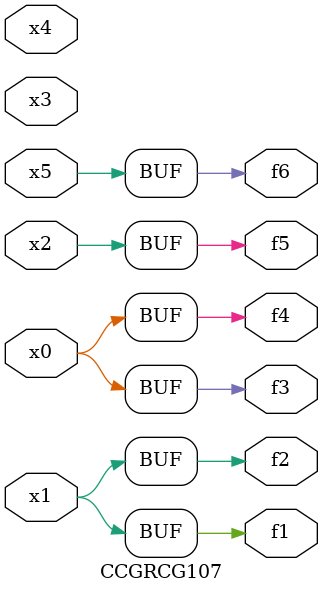
<source format=v>
module CCGRCG107(
	input x0, x1, x2, x3, x4, x5,
	output f1, f2, f3, f4, f5, f6
);
	assign f1 = x1;
	assign f2 = x1;
	assign f3 = x0;
	assign f4 = x0;
	assign f5 = x2;
	assign f6 = x5;
endmodule

</source>
